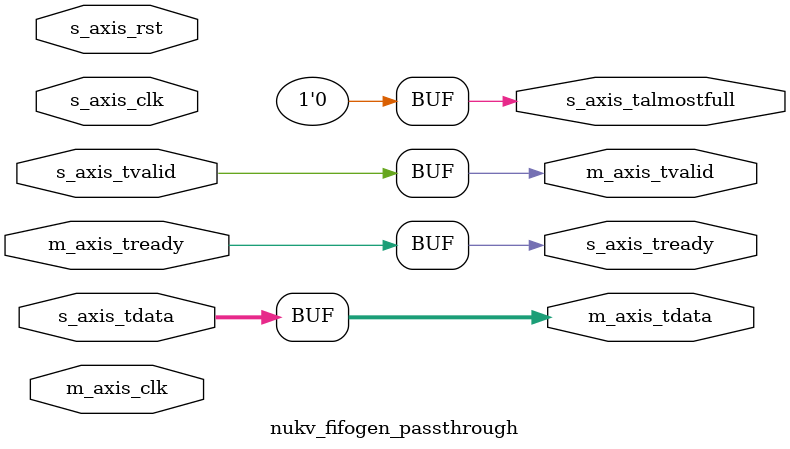
<source format=v>


module nukv_fifogen_passthrough #(
    parameter ADDR_BITS=5,      // number of bits of address bus
    parameter DATA_SIZE=16     // number of bits of data bus
) 
(
  // Clock
  input wire         m_axis_clk,
  input wire         s_axis_rst,
  input wire         s_axis_clk,

  input  wire [DATA_SIZE-1:0] s_axis_tdata,
  input  wire         s_axis_tvalid,
  output wire         s_axis_tready,
  output wire         s_axis_talmostfull,


  output wire [DATA_SIZE-1:0] m_axis_tdata,
  output wire        m_axis_tvalid,
  input  wire         m_axis_tready
);

assign m_axis_tdata = s_axis_tdata;
assign m_axis_tvalid = s_axis_tvalid;
assign s_axis_tready = m_axis_tready;
assign s_axis_talmostfull = 0;

endmodule
</source>
